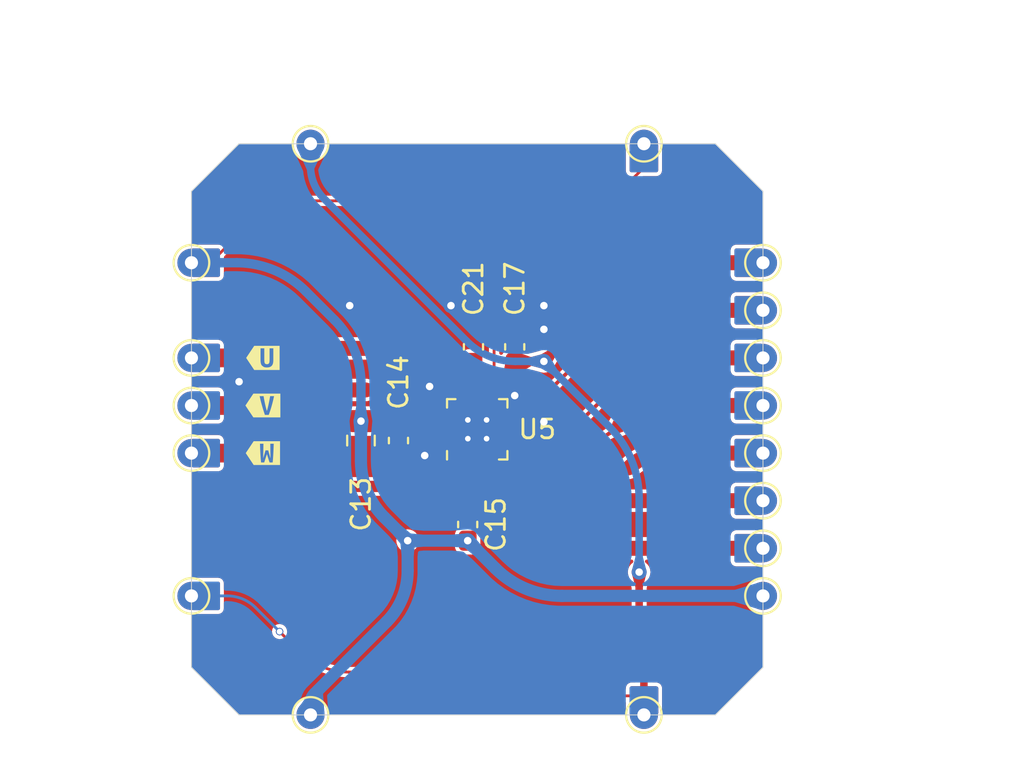
<source format=kicad_pcb>
(kicad_pcb (version 20240108) (generator "pcbnew") (generator_version "8.0")
  (layers (0 "F.Cu" signal) (31 "B.Cu" signal) (34 "B.Paste" user) (35 "F.Paste" user) (36 "B.SilkS" user "B.Silkscreen") (37 "F.SilkS" user "F.Silkscreen") (38 "B.Mask" user) (39 "F.Mask" user) (44 "Edge.Cuts" user))
  (property "COMMIT_DATE_LONG" "YYYY-MM-DD HH:MM:SS TZ")
  (property "COMMIT_HASH" "deadbeef")
  (property "RELEASE_VERSION" "v#.#")
  (net 0 "")
  (net 1 "GND")
  (net 3 "Net-(U5-W)")
  (net 4 "Net-(U5-V)")
  (net 5 "Net-(U5-U)")
  (net 6 "Net-(U5-1V8OUT)")
  (net 7 "Net-(U5-VCP)")
  (net 8 "/TMC_UH")
  (net 9 "/TMC_VH")
  (net 10 "/TMC_WH")
  (net 11 "/TMC_UL")
  (net 12 "/TMC_WL")
  (net 13 "/TMC_VL")
  (net 14 "/TMC_DIAG")
  (net 15 "+5V")
  (net 16 "+3V3")
  (footprint "Capacitor_SMD:C_0805_2012Metric_Pad1.18x1.45mm_HandSolder" (layer "F.Cu") (at 120.8 125.06 -90)
    (property "Reference" "C13" (at 3.4 0 -90) (layer "F.SilkS"))
    (property "Value" "22uF")
    (fp_line (start -0.261252 0.735) (end 0.261252 0.735) (stroke (width 0.12)) (layer "F.SilkS"))
    (fp_line (start -0.261252 -0.735) (end 0.261252 -0.735) (stroke (width 0.12)) (layer "F.SilkS"))
    (pad "1" smd roundrect (at -1.0375 0 270) (size 1.175 1.45) (layers "F.Cu" "F.Paste" "F.Mask") (roundrect_rratio 0.212766) (net 15 "+5V"))
    (pad "2" smd roundrect (at 1.0375 0 270) (size 1.175 1.45) (layers "F.Cu" "F.Paste" "F.Mask") (roundrect_rratio 0.212766) (net 1 "GND"))
  )
  (footprint "Capacitor_SMD:C_0603_1608Metric_Pad1.08x0.95mm_HandSolder" (layer "F.Cu") (at 122.8 125.06 -90)
    (property "Reference" "C14" (at -3.1 0 -90) (layer "F.SilkS"))
    (property "Value" "0.1uF")
    (fp_line (start -0.146267 0.51) (end 0.146267 0.51) (stroke (width 0.12)) (layer "F.SilkS"))
    (fp_line (start -0.146267 -0.51) (end 0.146267 -0.51) (stroke (width 0.12)) (layer "F.SilkS"))
    (pad "1" smd roundrect (at -0.8625 0 270) (size 1.075 0.95) (layers "F.Cu" "F.Paste" "F.Mask") (net 15 "+5V"))
    (pad "2" smd roundrect (at 0.8625 0 270) (size 1.075 0.95) (layers "F.Cu" "F.Paste" "F.Mask") (net 1 "GND"))
  )
  (footprint "Capacitor_SMD:C_0603_1608Metric_Pad1.08x0.95mm_HandSolder" (layer "F.Cu") (at 126.492 129.54 90)
    (property "Reference" "C15" (at 0 1.5 90) (layer "F.SilkS"))
    (property "Value" "0.1uF")
    (fp_line (start -0.146267 -0.51) (end 0.146267 -0.51) (stroke (width 0.12)) (layer "F.SilkS"))
    (fp_line (start -0.146267 0.51) (end 0.146267 0.51) (stroke (width 0.12)) (layer "F.SilkS"))
    (pad "1" smd roundrect (at -0.8625 0 90) (size 1.075 0.95) (layers "F.Cu" "F.Paste" "F.Mask") (net 15 "+5V"))
    (pad "2" smd roundrect (at 0.8625 0 90) (size 1.075 0.95) (layers "F.Cu" "F.Paste" "F.Mask") (net 7 "Net-(U5-VCP)"))
  )
  (footprint "Capacitor_SMD:C_0603_1608Metric_Pad1.08x0.95mm_HandSolder" (layer "F.Cu") (at 129 120.06 90)
    (property "Reference" "C17" (at 3.1 0 90) (layer "F.SilkS"))
    (property "Value" "0.1uF")
    (fp_line (start -0.146267 -0.51) (end 0.146267 -0.51) (stroke (width 0.12)) (layer "F.SilkS"))
    (fp_line (start -0.146267 0.51) (end 0.146267 0.51) (stroke (width 0.12)) (layer "F.SilkS"))
    (pad "1" smd roundrect (at -0.8625 0 90) (size 1.075 0.95) (layers "F.Cu" "F.Paste" "F.Mask") (net 16 "+3V3"))
    (pad "2" smd roundrect (at 0.8625 0 90) (size 1.075 0.95) (layers "F.Cu" "F.Paste" "F.Mask") (net 1 "GND"))
  )
  (footprint "Modified:QFN-20-1EP_3x3mm_P0.4mm_EP1.65x1.65mm_ThermalVias_LargerViaHoles" (layer "F.Cu") (at 127 124.46 90)
    (property "Reference" "U5" (at 0 3.2 180) (layer "F.SilkS"))
    (property "Value" "TMC6300")
    (fp_line (start 1.61 -1.61) (end 1.61 -1.16) (stroke (width 0.12)) (layer "F.SilkS"))
    (fp_line (start 1.16 -1.61) (end 1.61 -1.61) (stroke (width 0.12)) (layer "F.SilkS"))
    (fp_line (start -1.16 -1.61) (end -1.61 -1.61) (stroke (width 0.12)) (layer "F.SilkS"))
    (fp_line (start 1.61 1.61) (end 1.61 1.16) (stroke (width 0.12)) (layer "F.SilkS"))
    (fp_line (start 1.16 1.61) (end 1.61 1.61) (stroke (width 0.12)) (layer "F.SilkS"))
    (fp_line (start -1.16 1.61) (end -1.61 1.61) (stroke (width 0.12)) (layer "F.SilkS"))
    (fp_line (start -1.61 1.61) (end -1.61 1.16) (stroke (width 0.12)) (layer "F.SilkS"))
    (pad "1" smd roundrect (at -1.45 -0.8 90) (size 0.7 0.2) (layers "F.Cu" "F.Paste" "F.Mask") (net 3 "Net-(U5-W)"))
    (pad "2" smd roundrect (at -1.45 -0.4 90) (size 0.7 0.2) (layers "F.Cu" "F.Paste" "F.Mask") (net 7 "Net-(U5-VCP)"))
    (pad "3" smd roundrect (at -1.45 0 90) (size 0.7 0.2) (layers "F.Cu" "F.Paste" "F.Mask") (net 8 "/TMC_UH"))
    (pad "4" smd roundrect (at -1.45 0.4 90) (size 0.7 0.2) (layers "F.Cu" "F.Paste" "F.Mask") (net 9 "/TMC_VH"))
    (pad "5" smd roundrect (at -1.45 0.8 90) (size 0.7 0.2) (layers "F.Cu" "F.Paste" "F.Mask") (net 10 "/TMC_WH"))
    (pad "6" smd roundrect (at -0.8 1.45 90) (size 0.2 0.7) (layers "F.Cu" "F.Paste" "F.Mask") (net 11 "/TMC_UL"))
    (pad "7" smd roundrect (at -0.4 1.45 90) (size 0.2 0.7) (layers "F.Cu" "F.Paste" "F.Mask") (net 12 "/TMC_WL"))
    (pad "8" smd roundrect (at 0 1.45 90) (size 0.2 0.7) (layers "F.Cu" "F.Paste" "F.Mask") (net 1 "GND"))
    (pad "9" smd roundrect (at 0.4 1.45 90) (size 0.2 0.7) (layers "F.Cu" "F.Paste" "F.Mask") (net 1 "GND"))
    (pad "10" smd roundrect (at 0.8 1.45 90) (size 0.2 0.7) (layers "F.Cu" "F.Paste" "F.Mask") (net 13 "/TMC_VL"))
    (pad "11" smd roundrect (at 1.45 0.8 90) (size 0.7 0.2) (layers "F.Cu" "F.Paste" "F.Mask") (net 16 "+3V3"))
    (pad "12" smd roundrect (at 1.45 0.4 90) (size 0.7 0.2) (layers "F.Cu" "F.Paste" "F.Mask") (net 14 "/TMC_DIAG"))
    (pad "13" smd roundrect (at 1.45 0 90) (size 0.7 0.2) (layers "F.Cu" "F.Paste" "F.Mask") (net 6 "Net-(U5-1V8OUT)"))
    (pad "14" smd roundrect (at 1.45 -0.4 90) (size 0.7 0.2) (layers "F.Cu" "F.Paste" "F.Mask") (net 1 "GND"))
    (pad "15" smd roundrect (at 1.45 -0.8 90) (size 0.7 0.2) (layers "F.Cu" "F.Paste" "F.Mask") (net 5 "Net-(U5-U)"))
    (pad "16" smd roundrect (at 0.8 -1.45 90) (size 0.2 0.7) (layers "F.Cu" "F.Paste" "F.Mask") (net 1 "GND"))
    (pad "17" smd roundrect (at 0.4 -1.45 90) (size 0.2 0.7) (layers "F.Cu" "F.Paste" "F.Mask") (net 4 "Net-(U5-V)"))
    (pad "18" smd roundrect (at 0 -1.45 90) (size 0.2 0.7) (layers "F.Cu" "F.Paste" "F.Mask") (net 15 "+5V"))
    (pad "19" smd roundrect (at -0.4 -1.45 90) (size 0.2 0.7) (layers "F.Cu" "F.Paste" "F.Mask"))
    (pad "20" smd roundrect (at -0.8 -1.45 90) (size 0.2 0.7) (layers "F.Cu" "F.Paste" "F.Mask") (net 1 "GND"))
    (pad "PAD" thru_hole circle (at -0.5 -0.5 90) (size 0.6 0.6) (drill 0.3) (layers "*.Cu") (net 1 "GND"))
    (pad "PAD" thru_hole circle (at -0.5 0.5 90) (size 0.6 0.6) (drill 0.3) (layers "*.Cu") (net 1 "GND"))
    (pad "PAD" smd rect (at 0 0 90) (size 1.5 1.5) (layers "F.Cu" "F.Mask") (net 1 "GND"))
    (pad "PAD" smd rect (at 0 0 90) (size 4 4) (layers "B.Cu" "B.Mask") (net 1 "GND"))
    (pad "PAD" thru_hole circle (at 0.5 -0.5 90) (size 0.6 0.6) (drill 0.3) (layers "*.Cu") (net 1 "GND"))
    (pad "PAD" thru_hole circle (at 0.5 0.5 90) (size 0.6 0.6) (drill 0.3) (layers "*.Cu") (net 1 "GND"))
  )
  (footprint "Capacitor_SMD:C_0603_1608Metric_Pad1.08x0.95mm_HandSolder" (layer "F.Cu") (at 126.8 120.06 90)
    (property "Reference" "C21" (at 3.1 0 90) (layer "F.SilkS"))
    (property "Value" "0.1uF")
    (fp_line (start -0.146267 -0.51) (end 0.146267 -0.51) (stroke (width 0.12)) (layer "F.SilkS"))
    (fp_line (start -0.146267 0.51) (end 0.146267 0.51) (stroke (width 0.12)) (layer "F.SilkS"))
    (pad "1" smd roundrect (at -0.8625 0 90) (size 1.075 0.95) (layers "F.Cu" "F.Paste" "F.Mask") (net 6 "Net-(U5-1V8OUT)"))
    (pad "2" smd roundrect (at 0.8625 0 90) (size 1.075 0.95) (layers "F.Cu" "F.Paste" "F.Mask") (net 1 "GND"))
  )
  (footprint "TestPoint:TestPoint_THTPad_D1.5mm_Drill0.7mm" (layer "F.Cu") (at 142.24 130.81)
    (property "Reference" "UH1" (hide yes))
    (property "Value" "TestPoint" (hide yes))
    (fp_circle (center 0 0) (end 0 0.95) (stroke (width 0.12)) (fill none) (layer "F.SilkS"))
    (pad "1" thru_hole circle (at 0 0) (size 1.5 1.5) (drill 0.7) (layers "*.Cu" "*.Mask") (net 8 "/TMC_UH"))
  )
  (footprint "TestPoint:TestPoint_THTPad_D1.5mm_Drill0.7mm" (layer "F.Cu") (at 135.89 139.7)
    (property "Reference" "3V3" (hide yes))
    (property "Value" "TestPoint" (hide yes))
    (fp_circle (center 0 0) (end 0 0.95) (stroke (width 0.12)) (fill none) (layer "F.SilkS"))
    (pad "1" thru_hole circle (at 0 0) (size 1.5 1.5) (drill 0.7) (layers "*.Cu" "*.Mask") (net 16 "+3V3"))
  )
  (footprint "TestPoint:TestPoint_THTPad_D1.5mm_Drill0.7mm" (layer "F.Cu") (at 142.24 115.57)
    (property "Reference" "3V4" (hide yes))
    (property "Value" "TestPoint" (hide yes))
    (fp_circle (center 0 0) (end 0 0.95) (stroke (width 0.12)) (fill none) (layer "F.SilkS"))
    (pad "1" thru_hole circle (at 0 0) (size 1.5 1.5) (drill 0.7) (layers "*.Cu" "*.Mask") (net 16 "+3V3"))
  )
  (footprint "TestPoint:TestPoint_THTPad_D1.5mm_Drill0.7mm" (layer "F.Cu") (at 111.76 123.19)
    (property "Reference" "V1" (hide yes))
    (property "Value" "V" (hide yes))
    (fp_circle (center 0 0) (end 0 0.95) (stroke (width 0.12)) (fill none) (layer "F.SilkS"))
    (pad "1" thru_hole circle (at 0 0) (size 1.5 1.5) (drill 0.7) (layers "*.Cu" "*.Mask") (net 4 "Net-(U5-V)"))
  )
  (footprint "TestPoint:TestPoint_THTPad_D1.5mm_Drill0.7mm" (layer "F.Cu") (at 142.24 120.65)
    (property "Reference" "WL1" (hide yes))
    (property "Value" "TestPoint" (hide yes))
    (fp_circle (center 0 0) (end 0 0.95) (stroke (width 0.12)) (fill none) (layer "F.SilkS"))
    (pad "1" thru_hole circle (at 0 0) (size 1.5 1.5) (drill 0.7) (layers "*.Cu" "*.Mask") (net 12 "/TMC_WL"))
  )
  (footprint "TestPoint:TestPoint_THTPad_D1.5mm_Drill0.7mm" (layer "F.Cu") (at 142.24 118.11)
    (property "Reference" "VL1" (hide yes))
    (property "Value" "TestPoint" (hide yes))
    (fp_circle (center 0 0) (end 0 0.95) (stroke (width 0.12)) (fill none) (layer "F.SilkS"))
    (pad "1" thru_hole circle (at 0 0) (size 1.5 1.5) (drill 0.7) (layers "*.Cu" "*.Mask") (net 13 "/TMC_VL"))
  )
  (footprint "TestPoint:TestPoint_THTPad_D1.5mm_Drill0.7mm" (layer "F.Cu") (at 111.76 125.73)
    (property "Reference" "W1" (hide yes))
    (property "Value" "W" (hide yes))
    (fp_circle (center 0 0) (end 0 0.95) (stroke (width 0.12)) (fill none) (layer "F.SilkS"))
    (pad "1" thru_hole circle (at 0 0) (size 1.5 1.5) (drill 0.7) (layers "*.Cu" "*.Mask") (net 3 "Net-(U5-W)"))
  )
  (footprint "TestPoint:TestPoint_THTPad_D1.5mm_Drill0.7mm" (layer "F.Cu") (at 142.24 125.73)
    (property "Reference" "WH1" (hide yes))
    (property "Value" "TestPoint" (hide yes))
    (fp_circle (center 0 0) (end 0 0.95) (stroke (width 0.12)) (fill none) (layer "F.SilkS"))
    (pad "1" thru_hole circle (at 0 0) (size 1.5 1.5) (drill 0.7) (layers "*.Cu" "*.Mask") (net 10 "/TMC_WH"))
  )
  (footprint "TestPoint:TestPoint_THTPad_D1.5mm_Drill0.7mm" (layer "F.Cu") (at 111.76 120.65)
    (property "Reference" "U1" (hide yes))
    (property "Value" "U" (hide yes))
    (fp_circle (center 0 0) (end 0 0.95) (stroke (width 0.12)) (fill none) (layer "F.SilkS"))
    (pad "1" thru_hole circle (at 0 0) (size 1.5 1.5) (drill 0.7) (layers "*.Cu" "*.Mask") (net 5 "Net-(U5-U)"))
  )
  (footprint "TestPoint:TestPoint_THTPad_D1.5mm_Drill0.7mm" (layer "F.Cu") (at 135.89 109.22)
    (property "Reference" "5V2" (hide yes))
    (property "Value" "TestPoint" (hide yes))
    (fp_circle (center 0 0) (end 0 0.95) (stroke (width 0.12)) (fill none) (layer "F.SilkS"))
    (pad "1" thru_hole circle (at 0 0) (size 1.5 1.5) (drill 0.7) (layers "*.Cu" "*.Mask") (net 15 "+5V"))
  )
  (footprint "kibuzzard-6701E87B" (layer "F.Cu") (at 115.57 123.19)
    (property "Reference" "kibuzzard-6701E87B" (hide yes))
    (property "Value" "G***" (hide yes))
    (fp_poly (pts (xy -0.172141 -0.634626) (xy -0.508706 -0.634626) (xy -0.93179 0) (xy -0.508706 0.634626) (xy -0.172141 0.634626) (xy 0.107342 0.634626) (xy 0.107342 0.5) (xy 0.067358 0.38126) (xy 0.024951 0.247981) (xy -0.00359 0.154371) (xy -0.031054 0.060941) (xy -0.05744 -0.03231) (xy -0.082391 -0.123766) (xy -0.105547 -0.211811) (xy -0.126907 -0.296446) (xy -0.153563 -0.409532) (xy -0.172141 -0.5) (xy 0.037875 -0.5) (xy 0.049991 -0.416195) (xy 0.066954 -0.319871) (xy 0.08735 -0.21567) (xy 0.109765 -0.108239) (xy 0.133997 0) (xy 0.159846 0.106624) (xy 0.1863 0.206987) (xy 0.21235 0.296446) (xy 0.238198 0.208199) (xy 0.264046 0.108239) (xy 0.289086 0.001616) (xy 0.312511 -0.106624) (xy 0.334321 -0.214257) (xy 0.354514 -0.319063) (xy 0.372285 -0.415994) (xy 0.386825 -0.5) (xy 0.595225 -0.5) (xy 0.573618 -0.397415) (xy 0.547568 -0.283522) (xy 0.517277 -0.160945) (xy 0.482947 -0.03231) (xy 0.457907 0.056004) (xy 0.431251 0.145396) (xy 0.40298 0.235864) (xy 0.373542 0.325884) (xy 0.343385 0.413929) (xy 0.312511 0.5) (xy 0.107342 0.5) (xy 0.107342 0.634626) (xy 0.595225 0.634626) (xy 0.93179 0.634626) (xy 0.93179 -0.634626) (xy 0.595225 -0.634626) (xy -0.172141 -0.634626)) (fill solid) (layer "F.SilkS"))
  )
  (footprint "TestPoint:TestPoint_THTPad_D1.5mm_Drill0.7mm" (layer "F.Cu") (at 142.24 133.35)
    (property "Reference" "5V3" (hide yes))
    (property "Value" "TestPoint" (hide yes))
    (fp_circle (center 0 0) (end 0 0.95) (stroke (width 0.12)) (fill none) (layer "F.SilkS"))
    (pad "1" thru_hole circle (at 0 0) (size 1.5 1.5) (drill 0.7) (layers "*.Cu" "*.Mask") (net 15 "+5V"))
  )
  (footprint "TestPoint:TestPoint_THTPad_D1.5mm_Drill0.7mm" (layer "F.Cu") (at 111.76 115.57)
    (property "Reference" "5V1" (hide yes))
    (property "Value" "TestPoint" (hide yes))
    (fp_circle (center 0 0) (end 0 0.95) (stroke (width 0.12)) (fill none) (layer "F.SilkS"))
    (pad "1" thru_hole circle (at 0 0) (size 1.5 1.5) (drill 0.7) (layers "*.Cu" "*.Mask") (net 15 "+5V"))
  )
  (footprint "TestPoint:TestPoint_THTPad_D1.5mm_Drill0.7mm" (layer "F.Cu") (at 142.24 128.27)
    (property "Reference" "VH1" (hide yes))
    (property "Value" "TestPoint" (hide yes))
    (fp_circle (center 0 0) (end 0 0.95) (stroke (width 0.12)) (fill none) (layer "F.SilkS"))
    (pad "1" thru_hole circle (at 0 0) (size 1.5 1.5) (drill 0.7) (layers "*.Cu" "*.Mask") (net 9 "/TMC_VH"))
  )
  (footprint "TestPoint:TestPoint_THTPad_D1.5mm_Drill0.7mm" (layer "F.Cu") (at 118.11 139.7)
    (property "Reference" "5V4" (hide yes))
    (property "Value" "TestPoint" (hide yes))
    (fp_circle (center 0 0) (end 0 0.95) (stroke (width 0.12)) (fill none) (layer "F.SilkS"))
    (pad "1" thru_hole circle (at 0 0) (size 1.5 1.5) (drill 0.7) (layers "*.Cu" "*.Mask") (net 15 "+5V"))
  )
  (footprint "kibuzzard-6701E882" (layer "F.Cu") (at 115.57 125.73)
    (property "Reference" "kibuzzard-6701E882" (hide yes))
    (property "Value" "G***" (hide yes))
    (fp_poly (pts (xy -0.155179 -0.634626) (xy -0.491743 -0.634626) (xy -0.914827 0) (xy -0.491743 0.634626) (xy -0.155179 0.634626) (xy 0.52172 0.634626) (xy 0.52172 0.5) (xy 0.356938 0.5) (xy 0.321397 0.394386) (xy 0.285855 0.281099) (xy 0.250314 0.166599) (xy 0.214773 0.057351) (xy 0.178424 0.16357) (xy 0.14046 0.278675) (xy 0.103303 0.39378) (xy 0.069377 0.5) (xy -0.095405 0.5) (xy -0.107521 0.385097) (xy -0.118022 0.263328) (xy -0.127109 0.137318) (xy -0.134985 0.009693) (xy -0.141649 -0.119144) (xy -0.147101 -0.248788) (xy -0.151544 -0.376616) (xy -0.155179 -0.5) (xy 0.028989 -0.5) (xy 0.027374 -0.403069) (xy 0.025758 -0.302908) (xy 0.024143 -0.201333) (xy 0.022527 -0.100162) (xy 0.020912 -0.000404) (xy 0.019296 0.096931) (xy 0.018085 0.190024) (xy 0.017681 0.27706) (xy 0.050799 0.163974) (xy 0.08634 0.042811) (xy 0.117842 -0.067044) (xy 0.14046 -0.146204) (xy 0.285855 -0.146204) (xy 0.305241 -0.070275) (xy 0.333513 0.029887) (xy 0.367439 0.147819) (xy 0.403787 0.27706) (xy 0.403384 0.190024) (xy 0.402172 0.096931) (xy 0.400556 -0.000202) (xy 0.398941 -0.099354) (xy 0.397325 -0.200121) (xy 0.39571 -0.3021) (xy 0.394498 -0.402868) (xy 0.394094 -0.5) (xy 0.578262 -0.5) (xy 0.573416 -0.375404) (xy 0.568569 -0.247173) (xy 0.563319 -0.117528) (xy 0.557261 0.011309) (xy 0.550193 0.138732) (xy 0.541913 0.264136) (xy 0.532422 0.385299) (xy 0.52172 0.5) (xy 0.52172 0.634626) (xy 0.578262 0.634626) (xy 0.914827 0.634626) (xy 0.914827 -0.634626) (xy 0.578262 -0.634626) (xy -0.155179 -0.634626)) (fill solid) (layer "F.SilkS"))
  )
  (footprint "TestPoint:TestPoint_THTPad_D1.5mm_Drill0.7mm" (layer "F.Cu") (at 118.11 109.22)
    (property "Reference" "3V1" (hide yes))
    (property "Value" "TestPoint" (hide yes))
    (fp_circle (center 0 0) (end 0 0.95) (stroke (width 0.12)) (fill none) (layer "F.SilkS"))
    (pad "1" thru_hole circle (at 0 0) (size 1.5 1.5) (drill 0.7) (layers "*.Cu" "*.Mask") (net 16 "+3V3"))
  )
  (footprint "kibuzzard-6701E86E" (layer "F.Cu") (at 115.57 120.65)
    (property "Reference" "kibuzzard-6701E86E" (hide yes))
    (property "Value" "G***" (hide yes))
    (fp_poly (pts (xy -0.12583 -0.645127) (xy -0.462395 -0.645127) (xy -0.892479 0) (xy -0.462395 0.645127) (xy -0.12583 0.645127) (xy 0.211811 0.645127) (xy 0.211811 0.510501) (xy 0.122756 0.503837) (xy 0.049453 0.483845) (xy -0.054748 0.407108) (xy -0.087866 0.351777) (xy -0.109675 0.285945) (xy -0.121791 0.210824) (xy -0.12583 0.127625) (xy -0.12583 -0.510501) (xy 0.074493 -0.510501) (xy 0.074493 0.114701) (xy 0.080955 0.220517) (xy 0.102764 0.289176) (xy 0.145575 0.326333) (xy 0.215042 0.337641) (xy 0.284509 0.326333) (xy 0.328128 0.288368) (xy 0.350745 0.218901) (xy 0.357207 0.113086) (xy 0.357207 -0.510501) (xy 0.555915 -0.510501) (xy 0.555915 0.127625) (xy 0.551876 0.210824) (xy 0.539759 0.285945) (xy 0.517546 0.351777) (xy 0.483217 0.407108) (xy 0.436367 0.451333) (xy 0.376593 0.483845) (xy 0.30228 0.503837) (xy 0.211811 0.510501) (xy 0.211811 0.645127) (xy 0.555915 0.645127) (xy 0.892479 0.645127) (xy 0.892479 -0.645127) (xy 0.555915 -0.645127) (xy -0.12583 -0.645127)) (fill solid) (layer "F.SilkS"))
  )
  (footprint "TestPoint:TestPoint_THTPad_D1.5mm_Drill0.7mm" (layer "F.Cu") (at 142.24 123.19)
    (property "Reference" "UL1" (hide yes))
    (property "Value" "TestPoint" (hide yes))
    (fp_circle (center 0 0) (end 0 0.95) (stroke (width 0.12)) (fill none) (layer "F.SilkS"))
    (pad "1" thru_hole circle (at 0 0) (size 1.5 1.5) (drill 0.7) (layers "*.Cu" "*.Mask") (net 11 "/TMC_UL"))
  )
  (footprint "TestPoint:TestPoint_THTPad_D1.5mm_Drill0.7mm" (layer "F.Cu") (at 111.76 133.35)
    (property "Reference" "3V2" (hide yes))
    (property "Value" "TestPoint" (hide yes))
    (fp_circle (center 0 0) (end 0 0.95) (stroke (width 0.12)) (fill none) (layer "F.SilkS"))
    (pad "1" thru_hole circle (at 0 0) (size 1.5 1.5) (drill 0.7) (layers "*.Cu" "*.Mask") (net 16 "+3V3"))
  )
  (gr_line (start 111.76 137.16) (end 114.3 139.7) (stroke (width 0.05)) (layer "Edge.Cuts"))
  (gr_line (start 114.3 109.22) (end 111.76 111.76) (stroke (width 0.05)) (layer "Edge.Cuts"))
  (gr_line (start 114.3 109.22) (end 139.7 109.22) (stroke (width 0.05)) (layer "Edge.Cuts"))
  (gr_line (start 142.24 111.76) (end 142.24 137.16) (stroke (width 0.05)) (layer "Edge.Cuts"))
  (gr_line (start 142.24 137.16) (end 139.7 139.7) (stroke (width 0.05)) (layer "Edge.Cuts"))
  (gr_line (start 139.7 139.7) (end 114.3 139.7) (stroke (width 0.05)) (layer "Edge.Cuts"))
  (gr_line (start 142.24 111.76) (end 139.7 109.22) (stroke (width 0.05)) (layer "Edge.Cuts"))
  (gr_line (start 111.76 137.16) (end 111.76 111.76) (stroke (width 0.05)) (layer "Edge.Cuts"))
  (segment (start 126.6 122.26) (end 126.6 123.01) (width 0.15) (layer "F.Cu") (net 1))
  (segment (start 130.356 124.26) (end 130.556 124.06) (width 0.2) (layer "F.Cu") (net 1))
  (segment (start 129.873157 124.46) (end 128.45 124.46) (width 0.2) (layer "F.Cu") (net 1))
  (segment (start 130.556 124.06) (end 128.45 124.06) (width 0.2) (layer "F.Cu") (net 1))
  (via (at 120.2 117.86) (size 0.8) (drill 0.4) (layers "F.Cu" "B.Cu") (net 1))
  (via (at 125.6 117.86) (size 0.8) (drill 0.4) (layers "F.Cu" "B.Cu") (net 1))
  (via (at 130.556 117.86) (size 0.8) (drill 0.4) (layers "F.Cu" "B.Cu") (net 1))
  (via (at 130.556 124.06) (size 0.8) (drill 0.4) (layers "F.Cu" "B.Cu") (net 1))
  (via (at 124.46 122.174) (size 0.8) (drill 0.4) (layers "F.Cu" "B.Cu") (net 1))
  (via (at 114.3 121.92) (size 0.8) (drill 0.4) (layers "F.Cu" "B.Cu") (net 1))
  (via (at 124.2 125.86) (size 0.8) (drill 0.4) (layers "F.Cu" "B.Cu") (net 1))
  (via (at 129 122.66) (size 0.8) (drill 0.4) (layers "F.Cu" "B.Cu") (net 1))
  (via (at 130.556 119.126) (size 0.8) (drill 0.4) (layers "F.Cu" "B.Cu") (net 1))
  (arc (start 130.356 124.26) (mid 130.134469 124.408021) (end 129.873157 124.46) (width 0.2) (layer "F.Cu") (net 1))
  (segment (start 124.452 127.508) (end 123.952 127.508) (width 0.4) (layer "F.Cu") (net 3))
  (segment (start 126.2 125.91) (end 126.2 126.26) (width 0.25) (layer "F.Cu") (net 3))
  (segment (start 125.305553 127.154446) (end 126.14999 126.31001) (width 0.4) (layer "F.Cu") (net 3))
  (segment (start 122.952 127.508) (end 119.38 127.508) (width 0.6) (layer "F.Cu") (net 3))
  (segment (start 118.237 127.508) (end 118.618 127.508) (width 0.6) (layer "F.Cu") (net 3))
  (segment (start 114.820764 125.73) (end 112.776 125.73) (width 1) (layer "F.Cu") (net 3))
  (segment (start 123.952 127.508) (end 122.952 127.508) (width 0.4) (layer "F.Cu") (net 3))
  (segment (start 116.967 126.619) (end 117.586592 127.238592) (width 0.8) (layer "F.Cu") (net 3))
  (segment (start 119.38 127.508) (end 118.618 127.508) (width 0.6) (layer "F.Cu") (net 3))
  (arc (start 118.237 127.508) (mid 117.885001 127.437983) (end 117.586592 127.238592) (width 0.8) (layer "F.Cu") (net 3))
  (arc (start 116.967 126.619) (mid 115.982298 125.961043) (end 114.820764 125.73) (width 0.8) (layer "F.Cu") (net 3))
  (arc (start 124.452 127.508) (mid 124.913939 127.416114) (end 125.305553 127.154446) (width 0.4) (layer "F.Cu") (net 3))
  (segment (start 117.008051 122.36) (end 116.993949 122.36) (width 0.8) (layer "F.Cu") (net 4))
  (segment (start 123.89905 122.95905) (end 124.300949 123.360949) (width 0.4) (layer "F.Cu") (net 4))
  (segment (start 117.008051 122.36) (end 117.602 122.36) (width 0.8) (layer "F.Cu") (net 4))
  (segment (start 124.647227 123.707227) (end 124.752772 123.812772) (width 0.4) (layer "F.Cu") (net 4))
  (segment (start 122.174 122.36) (end 122.737 122.36) (width 0.4) (layer "F.Cu") (net 4))
  (segment (start 122.174 122.36) (end 121.048 122.36) (width 0.4) (layer "F.Cu") (net 4))
  (segment (start 114.983101 123.19) (end 113.03 123.19) (width 1) (layer "F.Cu") (net 4))
  (segment (start 123.89905 122.95905) (end 123.698101 122.758101) (width 0.4) (layer "F.Cu") (net 4))
  (segment (start 124.300949 123.360949) (end 124.647227 123.707227) (width 0.4) (layer "F.Cu") (net 4))
  (segment (start 125.275 124.06) (end 125.55 124.06) (width 0.25) (layer "F.Cu") (net 4))
  (segment (start 118.804 122.36) (end 117.602 122.36) (width 0.8) (layer "F.Cu") (net 4))
  (segment (start 116.986898 122.36) (end 116.993949 122.36) (width 1) (layer "F.Cu") (net 4))
  (segment (start 124.805545 123.865545) (end 124.752772 123.812772) (width 0.25) (layer "F.Cu") (net 4))
  (segment (start 121.048 122.36) (end 118.804 122.36) (width 0.8) (layer "F.Cu") (net 4))
  (arc (start 123.698101 122.758101) (mid 123.257144 122.463463) (end 122.737 122.36) (width 0.4) (layer "F.Cu") (net 4))
  (arc (start 125.275 124.06) (mid 125.020932 124.009462) (end 124.805545 123.865545) (width 0.25) (layer "F.Cu") (net 4))
  (arc (start 115.985 122.775) (mid 116.444674 122.467854) (end 116.986898 122.36) (width 1) (layer "F.Cu") (net 4))
  (arc (start 115.985 122.775) (mid 115.525324 123.082145) (end 114.983101 123.19) (width 1) (layer "F.Cu") (net 4))
  (segment (start 117.930394 120.65) (end 117.273605 120.65) (width 0.8) (layer "F.Cu") (net 5))
  (segment (start 124.325 120.585) (end 124.768 121.028) (width 0.8) (layer "F.Cu") (net 5))
  (segment (start 126.2 122.735) (end 126.2 123.01) (width 0.2) (layer "F.Cu") (net 5))
  (segment (start 118.258789 120.65) (end 117.930394 120.65) (width 0.8) (layer "F.Cu") (net 5))
  (segment (start 119.48521 120.142) (end 123.568751 120.142) (width 0.8) (layer "F.Cu") (net 5))
  (segment (start 114.554 120.65) (end 112.776 120.65) (width 1) (layer "F.Cu") (net 5))
  (segment (start 116.586 120.65) (end 114.554 120.65) (width 0.8) (layer "F.Cu") (net 5))
  (segment (start 126.005545 122.265545) (end 124.768 121.028) (width 0.2) (layer "F.Cu") (net 5))
  (segment (start 124.325 120.585) (end 124.1035 120.3635) (width 0.8) (layer "F.Cu") (net 5))
  (segment (start 116.586 120.65) (end 117.273605 120.65) (width 0.8) (layer "F.Cu") (net 5))
  (arc (start 118.872 120.396) (mid 118.590656 120.583987) (end 118.258789 120.65) (width 0.8) (layer "F.Cu") (net 5))
  (arc (start 126.005545 122.265545) (mid 126.149462 122.480932) (end 126.2 122.735) (width 0.2) (layer "F.Cu") (net 5))
  (arc (start 123.568751 120.142) (mid 123.858155 120.199565) (end 124.1035 120.3635) (width 0.8) (layer "F.Cu") (net 5))
  (arc (start 118.872 120.396) (mid 119.153343 120.208012) (end 119.48521 120.142) (width 0.8) (layer "F.Cu") (net 5))
  (segment (start 126.9 121.0225) (end 126.8 120.9225) (width 0.2) (layer "F.Cu") (net 6))
  (segment (start 127 121.263921) (end 127 123.01) (width 0.2) (layer "F.Cu") (net 6))
  (arc (start 126.9 121.0225) (mid 126.97401 121.133264) (end 127 121.263921) (width 0.2) (layer "F.Cu") (net 6))
  (segment (start 126.546 128.6235) (end 126.492 128.6775) (width 0.2) (layer "F.Cu") (net 7))
  (segment (start 126.6 128.493132) (end 126.6 125.91) (width 0.2) (layer "F.Cu") (net 7))
  (arc (start 126.546 128.6235) (mid 126.585965 128.563686) (end 126.6 128.493132) (width 0.2) (layer "F.Cu") (net 7))
  (segment (start 127 126.582) (end 127 125.91) (width 0.2) (layer "F.Cu") (net 8))
  (segment (start 127.475175 127.729175) (end 128.962207 129.216207) (width 0.2) (layer "F.Cu") (net 8))
  (segment (start 132.809963 130.81) (end 140.97 130.81) (width 0.8) (layer "F.Cu") (net 8))
  (arc (start 127 126.582) (mid 127.123493 127.202846) (end 127.475175 127.729175) (width 0.2) (layer "F.Cu") (net 8))
  (arc (start 128.962207 129.216207) (mid 130.727572 130.395786) (end 132.809963 130.81) (width 0.2) (layer "F.Cu") (net 8))
  (segment (start 130.81 128.27) (end 129.890878 128.27) (width 0.8) (layer "F.Cu") (net 9))
  (segment (start 132.648244 128.27) (end 130.81 128.27) (width 0.8) (layer "F.Cu") (net 9))
  (segment (start 127.4 126.304122) (end 127.4 125.91) (width 0.2) (layer "F.Cu") (net 9))
  (segment (start 132.648244 128.27) (end 140.97 128.27) (width 0.8) (layer "F.Cu") (net 9))
  (segment (start 128.321838 127.620082) (end 127.678686 126.97693) (width 0.2) (layer "F.Cu") (net 9))
  (arc (start 128.321838 127.620082) (mid 129.041719 128.101091) (end 129.890878 128.27) (width 0.2) (layer "F.Cu") (net 9))
  (arc (start 127.678686 126.97693) (mid 127.472428 126.668243) (end 127.4 126.304122) (width 0.2) (layer "F.Cu") (net 9))
  (segment (start 127.8 126.093) (end 127.8 125.91) (width 0.2) (layer "F.Cu") (net 10))
  (segment (start 127.9294 126.4054) (end 128.289 126.765) (width 0.2) (layer "F.Cu") (net 10))
  (segment (start 133.288369 127.254) (end 129.46955 127.254) (width 0.2) (layer "F.Cu") (net 10))
  (segment (start 136.96763 125.73) (end 140.97 125.73) (width 0.8) (layer "F.Cu") (net 10))
  (arc (start 133.288369 127.254) (mid 134.28397 127.055962) (end 135.128 126.492) (width 0.2) (layer "F.Cu") (net 10))
  (arc (start 136.96763 125.73) (mid 135.972029 125.928037) (end 135.128 126.492) (width 0.8) (layer "F.Cu") (net 10))
  (arc (start 127.8 126.093) (mid 127.833629 126.262069) (end 127.9294 126.4054) (width 0.2) (layer "F.Cu") (net 10))
  (arc (start 129.46955 127.254) (mid 128.830641 127.126913) (end 128.289 126.765) (width 0.2) (layer "F.Cu") (net 10))
  (segment (start 132.102288 125.26) (end 128.45 125.26) (width 0.2) (layer "F.Cu") (net 11))
  (segment (start 137.099711 123.19) (end 140.97 123.19) (width 0.8) (layer "F.Cu") (net 11))
  (arc (start 134.601 124.225) (mid 135.747418 123.458987) (end 137.099711 123.19) (width 0.8) (layer "F.Cu") (net 11))
  (arc (start 132.102288 125.26) (mid 133.454581 124.991012) (end 134.601 124.225) (width 0.2) (layer "F.Cu") (net 11))
  (segment (start 138.143963 120.65) (end 140.97 120.65) (width 0.8) (layer "F.Cu") (net 12))
  (segment (start 130.065 124.86) (end 128.45 124.86) (width 0.2) (layer "F.Cu") (net 12))
  (segment (start 134.296207 122.243792) (end 132.821977 123.718022) (width 0.2) (layer "F.Cu") (net 12))
  (arc (start 138.143963 120.65) (mid 136.061572 121.064213) (end 134.296207 122.243792) (width 0.8) (layer "F.Cu") (net 12))
  (arc (start 130.065 124.86) (mid 131.557065 124.563209) (end 132.821977 123.718022) (width 0.2) (layer "F.Cu") (net 12))
  (segment (start 137.381963 118.11) (end 141.224 118.11) (width 0.8) (layer "F.Cu") (net 13))
  (segment (start 129.014 123.66) (end 128.45 123.66) (width 0.2) (layer "F.Cu") (net 13))
  (segment (start 129.976808 123.261191) (end 133.534207 119.703792) (width 0.2) (layer "F.Cu") (net 13))
  (arc (start 137.381963 118.11) (mid 135.299572 118.524213) (end 133.534207 119.703792) (width 0.8) (layer "F.Cu") (net 13))
  (arc (start 129.976808 123.261191) (mid 129.535067 123.556352) (end 129.014 123.66) (width 0.2) (layer "F.Cu") (net 13))
  (segment (start 127.9 121.174446) (end 127.9 116.36) (width 0.15) (layer "F.Cu") (net 14))
  (segment (start 127.4 122.381553) (end 127.4 123.01) (width 0.15) (layer "F.Cu") (net 14))
  (arc (start 127.4 122.381553) (mid 127.464972 122.054912) (end 127.65 121.778) (width 0.15) (layer "F.Cu") (net 14))
  (arc (start 127.65 121.778) (mid 127.835027 121.501087) (end 127.9 121.174446) (width 0.15) (layer "F.Cu") (net 14))
  (segment (start 122.8 124.285) (end 121.248115 124.285) (width 0.5) (layer "F.Cu") (net 15))
  (segment (start 122.8 124.285) (end 123.501256 124.285) (width 0.3) (layer "F.Cu") (net 15))
  (segment (start 124.675628 124.46) (end 124.9875 124.46) (width 0.15) (layer "F.Cu") (net 15))
  (segment (start 114.484207 113.861792) (end 112.776 115.57) (width 0.15) (layer "F.Cu") (net 15))
  (segment (start 135.001 111.379) (end 135.89 110.49) (width 0.15) (layer "F.Cu") (net 15))
  (segment (start 124.675628 124.46) (end 124.174371 124.46) (width 0.15) (layer "F.Cu") (net 15))
  (segment (start 122.8 124.285) (end 122.8 124.285) (width 0.5) (layer "F.Cu") (net 15))
  (segment (start 120.93125 124.15375) (end 120.8 124.0225) (width 0.5) (layer "F.Cu") (net 15))
  (segment (start 125.3625 124.46) (end 125.55 124.46) (width 0.15) (layer "F.Cu") (net 15))
  (segment (start 124.174371 124.46) (end 123.923743 124.46) (width 0.3) (layer "F.Cu") (net 15))
  (segment (start 122.8 124.285) (end 122.8 124.285) (width 0.5) (layer "F.Cu") (net 15))
  (segment (start 125.3625 124.46) (end 124.9875 124.46) (width 0.15) (layer "F.Cu") (net 15))
  (segment (start 132.854764 112.268) (end 118.331963 112.268) (width 0.15) (layer "F.Cu") (net 15))
  (via (at 126.492 130.4025) (size 0.8) (drill 0.4) (layers "F.Cu" "B.Cu") (net 15))
  (via (at 120.8 124.0225) (size 0.8) (drill 0.4) (layers "F.Cu" "B.Cu") (net 15))
  (via (at 123.2905 130.4025) (size 0.8) (drill 0.4) (layers "F.Cu" "B.Cu") (net 15))
  (arc (start 135.001 111.379) (mid 134.016298 112.036956) (end 132.854764 112.268) (width 0.15) (layer "F.Cu") (net 15))
  (arc (start 120.93125 124.15375) (mid 121.076629 124.250889) (end 121.248115 124.285) (width 0.5) (layer "F.Cu") (net 15))
  (arc (start 123.7125 124.3725) (mid 123.809419 124.437259) (end 123.923743 124.46) (width 0.3) (layer "F.Cu") (net 15))
  (arc (start 123.7125 124.3725) (mid 123.61558 124.30774) (end 123.501256 124.285) (width 0.3) (layer "F.Cu") (net 15))
  (arc (start 122.8 124.285) (mid 122.8 124.285) (end 122.8 124.285) (width 0.3) (layer "F.Cu") (net 15))
  (arc (start 118.331963 112.268) (mid 116.249572 112.682213) (end 114.484207 113.861792) (width 0.15) (layer "F.Cu") (net 15))
  (segment (start 118.11 139.07975) (end 118.11 139.375) (width 0.65) (layer "B.Cu") (net 15))
  (segment (start 122.04525 129.15725) (end 123.2905 130.4025) (width 0.65) (layer "B.Cu") (net 15))
  (segment (start 120.8 122.03025) (end 120.8 124.0225) (width 0.5) (layer "B.Cu") (net 15))
  (segment (start 118.318773 138.575726) (end 122.158598 134.735901) (width 0.65) (layer "B.Cu") (net 15))
  (segment (start 123.2905 130.4025) (end 126.492 130.4025) (width 0.65) (layer "B.Cu") (net 15))
  (segment (start 123.2905 130.4025) (end 123.2905 132.00325) (width 0.65) (layer "B.Cu") (net 15))
  (segment (start 127.96575 131.87625) (end 126.492 130.4025) (width 0.65) (layer "B.Cu") (net 15))
  (segment (start 117.860057 117.098057) (end 119.391266 118.629266) (width 0.5) (layer "B.Cu") (net 15))
  (segment (start 114.171 115.57) (end 112.01 115.57) (width 0.5) (layer "B.Cu") (net 15))
  (segment (start 120.8 126.15095) (end 120.8 124.0225) (width 0.65) (layer "B.Cu") (net 15))
  (segment (start 131.523697 133.35) (end 141.915 133.35) (width 0.65) (layer "B.Cu") (net 15))
  (arc (start 118.11 139.07975) (mid 118.164258 138.806974) (end 118.318773 138.575726) (width 0.65) (layer "B.Cu") (net 15))
  (arc (start 122.04525 129.15725) (mid 121.123629 127.777947) (end 120.8 126.15095) (width 0.65) (layer "B.Cu") (net 15))
  (arc (start 131.523697 133.35) (mid 129.59815 132.966984) (end 127.96575 131.87625) (width 0.65) (layer "B.Cu") (net 15))
  (arc (start 117.860057 117.098057) (mid 116.167503 115.967129) (end 114.171 115.57) (width 0.5) (layer "B.Cu") (net 15))
  (arc (start 123.2905 132.00325) (mid 122.996328 133.48215) (end 122.158598 134.735901) (width 0.65) (layer "B.Cu") (net 15))
  (arc (start 120.8 122.03025) (mid 120.433881 120.18965) (end 119.391266 118.629266) (width 0.5) (layer "B.Cu") (net 15))
  (segment (start 129 121.05625) (end 129 120.984371) (width 0.15) (layer "F.Cu") (net 16))
  (segment (start 133.740025 138.684) (end 135.89 138.684) (width 0.15) (layer "F.Cu") (net 16))
  (segment (start 130.673974 137.414) (end 120.144643 137.414) (width 0.15) (layer "F.Cu") (net 16))
  (segment (start 128.019203 122.170796) (end 128.905424 121.284575) (width 0.15) (layer "F.Cu") (net 16))
  (segment (start 130.556 120.835) (end 134.227207 117.163792) (width 0.4) (layer "F.Cu") (net 16))
  (segment (start 135.636 132.08) (end 135.636 137.234394) (width 0.4) (layer "F.Cu") (net 16))
  (segment (start 116.459 135.255) (end 117.5385 136.3345) (width 0.15) (layer "F.Cu") (net 16))
  (segment (start 138.074963 115.57) (end 140.97 115.57) (width 0.8) (layer "F.Cu") (net 16))
  (segment (start 127.8 122.7) (end 127.8 123.01) (width 0.15) (layer "F.Cu") (net 16))
  (segment (start 130.556 120.835) (end 129.149371 120.835) (width 0.4) (layer "F.Cu") (net 16))
  (segment (start 135.89 137.847605) (end 135.89 139.5) (width 0.4) (layer "F.Cu") (net 16))
  (via (at 130.556 120.835) (size 0.8) (drill 0.4) (layers "F.Cu" "B.Cu") (net 16))
  (via (at 135.636 132.08) (size 0.8) (drill 0.4) (layers "F.Cu" "B.Cu") (net 16))
  (via (at 116.459 135.255) (size 0.4) (drill 0.3) (layers "F.Cu" "B.Cu") (net 16))
  (arc (start 132.207 138.049) (mid 131.503641 137.579031) (end 130.673974 137.414) (width 0.15) (layer "F.Cu") (net 16))
  (arc (start 129.04375 120.87875) (mid 129.092209 120.84637) (end 129.149371 120.835) (width 0.4) (layer "F.Cu") (net 16))
  (arc (start 135.763 137.541) (mid 135.669006 137.400328) (end 135.636 137.234394) (width 0.4) (layer "F.Cu") (net 16))
  (arc (start 129.04375 120.87875) (mid 129.01137 120.927209) (end 129 120.984371) (width 0.4) (layer "F.Cu") (net 16))
  (arc (start 117.5385 136.3345) (mid 118.734208 137.133447) (end 120.144643 137.414) (width 0.15) (layer "F.Cu") (net 16))
  (arc (start 138.074963 115.57) (mid 135.992572 115.984213) (end 134.227207 117.163792) (width 0.8) (layer "F.Cu") (net 16))
  (arc (start 132.207 138.049) (mid 132.910357 138.518968) (end 133.740025 138.684) (width 0.15) (layer "F.Cu") (net 16))
  (arc (start 135.763 137.541) (mid 135.856993 137.681671) (end 135.89 137.847605) (width 0.4) (layer "F.Cu") (net 16))
  (arc (start 128.019203 122.170796) (mid 127.856969 122.413597) (end 127.8 122.7) (width 0.15) (layer "F.Cu") (net 16))
  (arc (start 129 121.05625) (mid 128.97542 121.179818) (end 128.905424 121.284575) (width 0.15) (layer "F.Cu") (net 16))
  (segment (start 130.556 120.835) (end 129.035169 120.835) (width 0.4) (layer "B.Cu") (net 16))
  (segment (start 113.665 133.35) (end 112.776 133.35) (width 0.15) (layer "B.Cu") (net 16))
  (segment (start 130.556 120.835) (end 134.042207 124.321207) (width 0.4) (layer "B.Cu") (net 16))
  (segment (start 126.438949 119.75961) (end 118.820876 112.141537) (width 0.4) (layer "B.Cu") (net 16))
  (segment (start 135.636 128.168963) (end 135.636 132.08) (width 0.4) (layer "B.Cu") (net 16))
  (segment (start 115.182617 133.978617) (end 116.459 135.255) (width 0.15) (layer "B.Cu") (net 16))
  (segment (start 118.11 110.42533) (end 118.11 109.42) (width 0.4) (layer "B.Cu") (net 16))
  (arc (start 118.11 110.42533) (mid 118.29475 111.354134) (end 118.820876 112.141537) (width 0.4) (layer "B.Cu") (net 16))
  (arc (start 134.042207 124.321207) (mid 135.221786 126.086572) (end 135.636 128.168963) (width 0.4) (layer "B.Cu") (net 16))
  (arc (start 126.438949 119.75961) (mid 127.630105 120.555515) (end 129.035169 120.835) (width 0.4) (layer "B.Cu") (net 16))
  (arc (start 115.182617 133.978617) (mid 114.486328 133.513372) (end 113.665 133.35) (width 0.15) (layer "B.Cu") (net 16))
  (zone (net 0) (net_name "") (layer "F.Cu") (connect_pads (clearance 0)) (min_thickness 0.254)
    (keepout (tracks allowed) (vias allowed) (pads allowed) (copperpour not_allowed) (footprints allowed))
    (fill (thermal_gap 0.508) (thermal_bridge_width 0.508))
    (polygon (pts (xy 127.75 125.21) (xy 126.25 125.21) (xy 126.25 123.71) (xy 127.75 123.71)))
  )
  (zone (net 1) (net_name "GND") (layers "F&B.Cu") (connect_pads yes (clearance 0.2)) (min_thickness 0.2) (fill yes (thermal_gap 0.508) (thermal_bridge_width 0.508) (island_removal_mode 1) (island_area_min 10))
    (polygon (pts (xy 144.78 142.24) (xy 106.68 142.24) (xy 106.68 104.14) (xy 144.78 104.14)))
  )
  (zone (net 4) (net_name "Net-(U5-V)") (layers "F&B.Cu") (priority 1) (connect_pads yes (clearance 0.2)) (min_thickness 0.2) (fill yes (thermal_gap 0.508) (thermal_bridge_width 0.508) (island_removal_mode 1) (island_area_min 10))
    (polygon (pts (xy 113.284 122.428) (xy 111.76 122.428) (xy 111.76 123.952) (xy 113.284 123.952)))
  )
  (zone (net 16) (net_name "+3V3") (layers "F&B.Cu") (priority 1) (connect_pads yes (clearance 0.2)) (min_thickness 0.2) (fill yes (thermal_gap 0.508) (thermal_bridge_width 0.508) (island_removal_mode 1) (island_area_min 10))
    (polygon (pts (xy 136.652 138.176) (xy 135.128 138.176) (xy 135.128 139.7) (xy 136.652 139.7)))
  )
  (zone (net 13) (net_name "/TMC_VL") (layers "F&B.Cu") (priority 1) (connect_pads yes (clearance 0.2)) (min_thickness 0.2) (fill yes (thermal_gap 0.508) (thermal_bridge_width 0.508) (island_removal_mode 1) (island_area_min 10))
    (polygon (pts (xy 142.24 117.348) (xy 140.716 117.348) (xy 140.716 118.872) (xy 142.24 118.872)))
  )
  (zone (net 11) (net_name "/TMC_UL") (layers "F&B.Cu") (priority 1) (connect_pads yes (clearance 0.2)) (min_thickness 0.2) (fill yes (thermal_gap 0.508) (thermal_bridge_width 0.508) (island_removal_mode 1) (island_area_min 10))
    (polygon (pts (xy 142.24 122.428) (xy 140.716 122.428) (xy 140.716 123.952) (xy 142.24 123.952)))
  )
  (zone (net 12) (net_name "/TMC_WL") (layers "F&B.Cu") (priority 1) (connect_pads yes (clearance 0.2)) (min_thickness 0.2) (fill yes (thermal_gap 0.508) (thermal_bridge_width 0.508) (island_removal_mode 1) (island_area_min 10))
    (polygon (pts (xy 142.24 119.888) (xy 140.716 119.888) (xy 140.716 121.412) (xy 142.24 121.412)))
  )
  (zone (net 8) (net_name "/TMC_UH") (layers "F&B.Cu") (priority 1) (connect_pads yes (clearance 0.2)) (min_thickness 0.2) (fill yes (thermal_gap 0.508) (thermal_bridge_width 0.508) (island_removal_mode 1) (island_area_min 10))
    (polygon (pts (xy 142.24 130.048) (xy 140.716 130.048) (xy 140.716 131.572) (xy 142.24 131.572)))
  )
  (zone (net 15) (net_name "+5V") (layers "F&B.Cu") (priority 1) (connect_pads yes (clearance 0.2)) (min_thickness 0.2) (fill yes (thermal_gap 0.508) (thermal_bridge_width 0.508) (island_removal_mode 1) (island_area_min 10))
    (polygon (pts (xy 136.652 109.22) (xy 135.128 109.22) (xy 135.128 110.744) (xy 136.652 110.744)))
  )
  (zone (net 10) (net_name "/TMC_WH") (layers "F&B.Cu") (priority 1) (connect_pads yes (clearance 0.2)) (min_thickness 0.2) (fill yes (thermal_gap 0.508) (thermal_bridge_width 0.508) (island_removal_mode 1) (island_area_min 10))
    (polygon (pts (xy 142.24 124.968) (xy 140.716 124.968) (xy 140.716 126.492) (xy 142.24 126.492)))
  )
  (zone (net 5) (net_name "Net-(U5-U)") (layers "F&B.Cu") (priority 1) (connect_pads yes (clearance 0.2)) (min_thickness 0.2) (fill yes (thermal_gap 0.508) (thermal_bridge_width 0.508) (island_removal_mode 1) (island_area_min 10))
    (polygon (pts (xy 113.284 119.888) (xy 111.76 119.888) (xy 111.76 121.412) (xy 113.284 121.412)))
  )
  (zone (net 16) (net_name "+3V3") (layers "F&B.Cu") (priority 1) (connect_pads yes (clearance 0.2)) (min_thickness 0.2) (fill yes (thermal_gap 0.508) (thermal_bridge_width 0.508) (island_removal_mode 1) (island_area_min 10))
    (polygon (pts (xy 142.24 114.808) (xy 140.716 114.808) (xy 140.716 115.57) (xy 140.716 116.332) (xy 142.24 116.332)))
  )
  (zone (net 16) (net_name "+3V3") (layers "F&B.Cu") (priority 1) (connect_pads yes (clearance 0.2)) (min_thickness 0.2) (fill yes (thermal_gap 0.508) (thermal_bridge_width 0.508) (island_removal_mode 1) (island_area_min 10))
    (polygon (pts (xy 136.652 138.176) (xy 135.128 138.176) (xy 135.128 139.7) (xy 136.652 139.7)))
  )
  (zone (net 16) (net_name "+3V3") (layers "F&B.Cu") (priority 1) (connect_pads yes (clearance 0.2)) (min_thickness 0.2) (fill yes (thermal_gap 0.508) (thermal_bridge_width 0.508) (island_removal_mode 1) (island_area_min 10))
    (polygon (pts (xy 113.284 132.588) (xy 111.76 132.588) (xy 111.76 134.112) (xy 113.284 134.112)))
  )
  (zone (net 9) (net_name "/TMC_VH") (layers "F&B.Cu") (priority 1) (connect_pads yes (clearance 0.2)) (min_thickness 0.2) (fill yes (thermal_gap 0.508) (thermal_bridge_width 0.508) (island_removal_mode 1) (island_area_min 10))
    (polygon (pts (xy 142.24 127.508) (xy 140.716 127.508) (xy 140.716 129.032) (xy 142.24 129.032)))
  )
  (zone (net 15) (net_name "+5V") (layers "F&B.Cu") (priority 1) (connect_pads yes (clearance 0.2)) (min_thickness 0.2) (fill yes (thermal_gap 0.508) (thermal_bridge_width 0.508) (island_removal_mode 1) (island_area_min 10))
    (polygon (pts (xy 113.284 114.808) (xy 111.76 114.808) (xy 111.76 116.332) (xy 113.284 116.332)))
  )
  (zone (net 3) (net_name "Net-(U5-W)") (layers "F&B.Cu") (priority 1) (connect_pads yes (clearance 0.2)) (min_thickness 0.2) (fill yes (thermal_gap 0.508) (thermal_bridge_width 0.508) (island_removal_mode 1) (island_area_min 10))
    (polygon (pts (xy 113.284 124.968) (xy 111.76 124.968) (xy 111.76 126.492) (xy 113.284 126.492)))
  )
)
</source>
